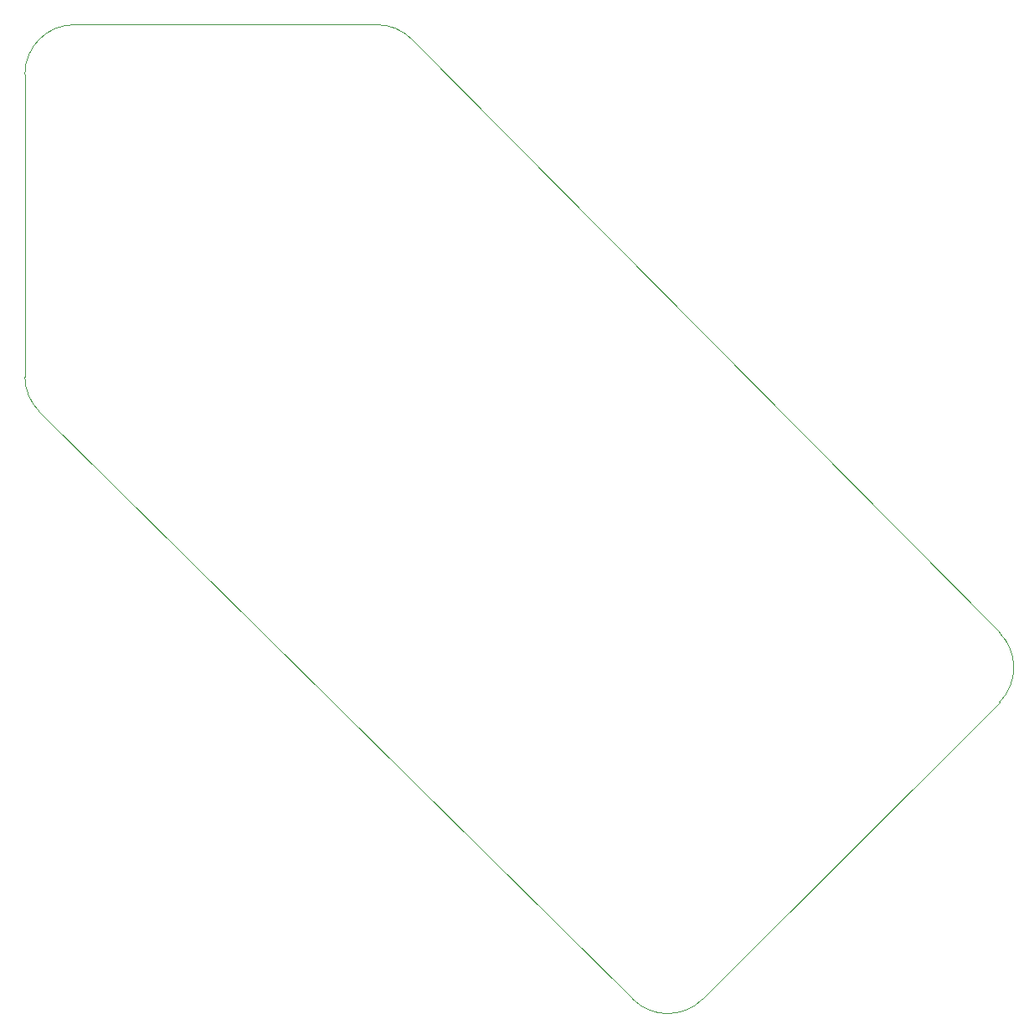
<source format=gm1>
G04 #@! TF.GenerationSoftware,KiCad,Pcbnew,7.0.7*
G04 #@! TF.CreationDate,2023-09-12T20:46:13-07:00*
G04 #@! TF.ProjectId,baggage-label,62616767-6167-4652-9d6c-6162656c2e6b,rev?*
G04 #@! TF.SameCoordinates,Original*
G04 #@! TF.FileFunction,Profile,NP*
%FSLAX46Y46*%
G04 Gerber Fmt 4.6, Leading zero omitted, Abs format (unit mm)*
G04 Created by KiCad (PCBNEW 7.0.7) date 2023-09-12 20:46:13*
%MOMM*%
%LPD*%
G01*
G04 APERTURE LIST*
G04 #@! TA.AperFunction,Profile*
%ADD10C,0.100000*%
G04 #@! TD*
G04 APERTURE END LIST*
D10*
X111464466Y-148535534D02*
G75*
G03*
X118535534Y-148535534I3535534J3535534D01*
G01*
X85586583Y-50000000D02*
X55000000Y-50000000D01*
X55000000Y-50000000D02*
G75*
G03*
X50000000Y-55000000I0J-5000000D01*
G01*
X50000012Y-85586583D02*
G75*
G03*
X51464466Y-89122117I4999988J-17D01*
G01*
X89122117Y-51464466D02*
X148535534Y-111464466D01*
X50000000Y-55000000D02*
X50000000Y-85586583D01*
X111464466Y-148535534D02*
X51464466Y-89122117D01*
X89122125Y-51464458D02*
G75*
G03*
X85586583Y-50000000I-3535525J-3535542D01*
G01*
X148535534Y-118535534D02*
X118535534Y-148535534D01*
X148535534Y-118535534D02*
G75*
G03*
X148535534Y-111464466I-3535534J3535534D01*
G01*
M02*

</source>
